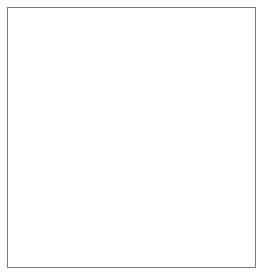
<source format=gbp>
G04 #@! TF.GenerationSoftware,KiCad,Pcbnew,(7.0.0)*
G04 #@! TF.CreationDate,2023-03-10T18:19:13+01:00*
G04 #@! TF.ProjectId,CapacitorBox0603,43617061-6369-4746-9f72-426f78303630,rev?*
G04 #@! TF.SameCoordinates,Original*
G04 #@! TF.FileFunction,Paste,Bot*
G04 #@! TF.FilePolarity,Positive*
%FSLAX46Y46*%
G04 Gerber Fmt 4.6, Leading zero omitted, Abs format (unit mm)*
G04 Created by KiCad (PCBNEW (7.0.0)) date 2023-03-10 18:19:13*
%MOMM*%
%LPD*%
G01*
G04 APERTURE LIST*
G04 #@! TA.AperFunction,Profile*
%ADD10C,0.100000*%
G04 #@! TD*
G04 APERTURE END LIST*
D10*
X101000000Y-100000000D02*
X122000000Y-100000000D01*
X122000000Y-100000000D02*
X122000000Y-122000000D01*
X122000000Y-122000000D02*
X101000000Y-122000000D01*
X101000000Y-100000000D02*
X101000000Y-122000000D01*
M02*

</source>
